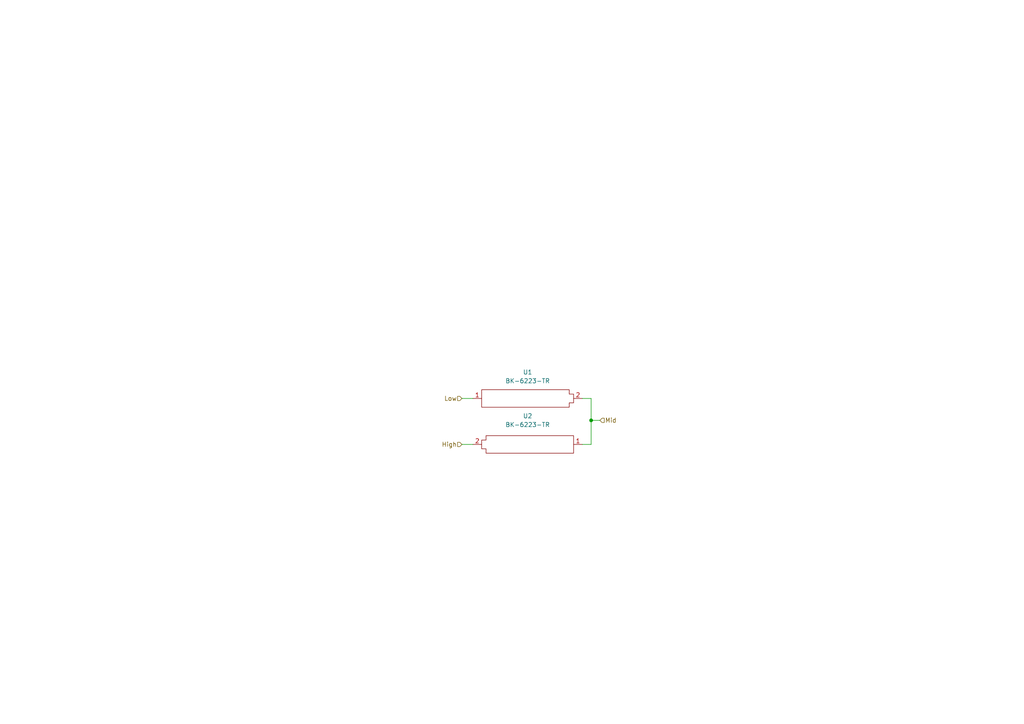
<source format=kicad_sch>
(kicad_sch (version 20230121) (generator eeschema)

  (uuid 1895faed-13c7-4877-930c-ef39a1d7419c)

  (paper "A4")

  (lib_symbols
    (symbol "b117:BK-6223-TR" (in_bom yes) (on_board yes)
      (property "Reference" "U" (at 0 0 0)
        (effects (font (size 1.27 1.27)))
      )
      (property "Value" "BK-6223-TR" (at 0 0 0)
        (effects (font (size 1.27 1.27)))
      )
      (property "Footprint" "b117:AAA_cell_holder" (at 0 0 0)
        (effects (font (size 1.27 1.27)) hide)
      )
      (property "Datasheet" "" (at 0 0 0)
        (effects (font (size 1.27 1.27)) hide)
      )
      (symbol "BK-6223-TR_0_1"
        (polyline
          (pts
            (xy 12.7 -2.54)
            (xy 12.7 -1.27)
            (xy 13.97 -1.27)
            (xy 13.97 1.27)
            (xy 12.7 1.27)
            (xy 12.7 2.54)
            (xy -12.7 2.54)
            (xy -12.7 -2.54)
            (xy 12.7 -2.54)
          )
          (stroke (width 0) (type default))
          (fill (type none))
        )
      )
      (symbol "BK-6223-TR_1_1"
        (pin unspecified line (at -15.24 0 0) (length 2.54)
          (name "" (effects (font (size 1.27 1.27))))
          (number "1" (effects (font (size 1.27 1.27))))
        )
        (pin unspecified line (at 16.51 0 180) (length 2.54)
          (name "" (effects (font (size 1.27 1.27))))
          (number "2" (effects (font (size 1.27 1.27))))
        )
      )
    )
  )

  (junction (at 171.45 121.92) (diameter 0) (color 0 0 0 0)
    (uuid d00f7ade-f6f6-45c1-9db8-0bbba0d1715c)
  )

  (wire (pts (xy 171.45 115.57) (xy 168.91 115.57))
    (stroke (width 0) (type default))
    (uuid 4c82ec3e-3f9b-4913-b85e-6805131382e8)
  )
  (wire (pts (xy 168.91 128.905) (xy 171.45 128.905))
    (stroke (width 0) (type default))
    (uuid 57a2523a-2ea8-4f2d-ac45-242229974980)
  )
  (wire (pts (xy 171.45 128.905) (xy 171.45 121.92))
    (stroke (width 0) (type default))
    (uuid 7087579b-0a70-4365-9bf5-5dad3420c53f)
  )
  (wire (pts (xy 133.985 128.905) (xy 137.16 128.905))
    (stroke (width 0) (type default))
    (uuid 81ca9eb2-6e0e-43d6-aacc-e481b6e5871f)
  )
  (wire (pts (xy 171.45 121.92) (xy 171.45 115.57))
    (stroke (width 0) (type default))
    (uuid 97600ce4-3932-4dc2-a47b-c4902dd5147f)
  )
  (wire (pts (xy 171.45 121.92) (xy 173.99 121.92))
    (stroke (width 0) (type default))
    (uuid d88f7459-6c66-4d9c-9a92-8c41a188b7f5)
  )
  (wire (pts (xy 133.985 115.57) (xy 137.16 115.57))
    (stroke (width 0) (type default))
    (uuid e7e29289-6c36-41b7-bfdc-2e96a39d91b9)
  )

  (hierarchical_label "High" (shape input) (at 133.985 128.905 180) (fields_autoplaced)
    (effects (font (size 1.27 1.27)) (justify right))
    (uuid 0ea8f82a-edf0-4459-97a7-7f025260a642)
  )
  (hierarchical_label "Mid" (shape input) (at 173.99 121.92 0) (fields_autoplaced)
    (effects (font (size 1.27 1.27)) (justify left))
    (uuid 20141d46-5bc2-4e36-a0ce-b0a1a68183a3)
  )
  (hierarchical_label "Low" (shape input) (at 133.985 115.57 180) (fields_autoplaced)
    (effects (font (size 1.27 1.27)) (justify right))
    (uuid 8b7b9daf-6a27-49c4-b6e7-454af86415da)
  )

  (symbol (lib_id "b117:BK-6223-TR") (at 152.4 115.57 0) (unit 1)
    (in_bom yes) (on_board yes) (dnp no) (fields_autoplaced)
    (uuid 178eb12c-d345-4973-b09a-232f8f5bbcf8)
    (property "Reference" "U1" (at 153.035 107.95 0)
      (effects (font (size 1.27 1.27)))
    )
    (property "Value" "BK-6223-TR" (at 153.035 110.49 0)
      (effects (font (size 1.27 1.27)))
    )
    (property "Footprint" "b117:AAA_cell_holder" (at 152.4 115.57 0)
      (effects (font (size 1.27 1.27)) hide)
    )
    (property "Datasheet" "" (at 152.4 115.57 0)
      (effects (font (size 1.27 1.27)) hide)
    )
    (pin "1" (uuid f596f0e8-2010-4fe4-b07b-4916863298b5))
    (pin "2" (uuid 04c085ca-fbaf-400f-85a7-a8bea458ee1c))
    (instances
      (project "board"
        (path "/57732dd3-1162-4c3f-88bd-31bf473d124d/767ce4c6-0e55-4543-92f0-34cb8237a544"
          (reference "U1") (unit 1)
        )
      )
    )
  )

  (symbol (lib_id "b117:BK-6223-TR") (at 153.67 128.905 180) (unit 1)
    (in_bom yes) (on_board yes) (dnp no) (fields_autoplaced)
    (uuid 9cdef942-2c85-47ce-8ac3-a4addf9871df)
    (property "Reference" "U2" (at 153.035 120.65 0)
      (effects (font (size 1.27 1.27)))
    )
    (property "Value" "BK-6223-TR" (at 153.035 123.19 0)
      (effects (font (size 1.27 1.27)))
    )
    (property "Footprint" "b117:AAA_cell_holder" (at 153.67 128.905 0)
      (effects (font (size 1.27 1.27)) hide)
    )
    (property "Datasheet" "" (at 153.67 128.905 0)
      (effects (font (size 1.27 1.27)) hide)
    )
    (pin "1" (uuid 21750d97-42fa-45f9-af6d-bf8082652308))
    (pin "2" (uuid 0a86208d-8a0b-4a29-9922-33a2a1768c50))
    (instances
      (project "board"
        (path "/57732dd3-1162-4c3f-88bd-31bf473d124d/767ce4c6-0e55-4543-92f0-34cb8237a544"
          (reference "U2") (unit 1)
        )
      )
    )
  )
)

</source>
